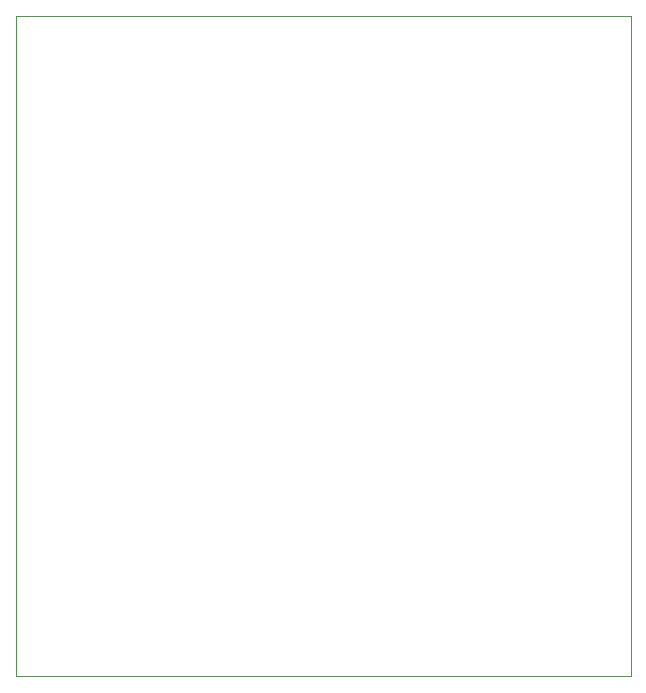
<source format=gm1>
G04 #@! TF.GenerationSoftware,KiCad,Pcbnew,(5.1.12)-1*
G04 #@! TF.CreationDate,2022-10-05T17:54:17-05:00*
G04 #@! TF.ProjectId,cpu,6370752e-6b69-4636-9164-5f7063625858,rev?*
G04 #@! TF.SameCoordinates,Original*
G04 #@! TF.FileFunction,Profile,NP*
%FSLAX46Y46*%
G04 Gerber Fmt 4.6, Leading zero omitted, Abs format (unit mm)*
G04 Created by KiCad (PCBNEW (5.1.12)-1) date 2022-10-05 17:54:17*
%MOMM*%
%LPD*%
G01*
G04 APERTURE LIST*
G04 #@! TA.AperFunction,Profile*
%ADD10C,0.050000*%
G04 #@! TD*
G04 APERTURE END LIST*
D10*
X109220000Y-44450000D02*
X161290000Y-44450000D01*
X109220000Y-45720000D02*
X109220000Y-44450000D01*
X109220000Y-100330000D02*
X109220000Y-45720000D01*
X161290000Y-100330000D02*
X109220000Y-100330000D01*
X161290000Y-44450000D02*
X161290000Y-100330000D01*
M02*

</source>
